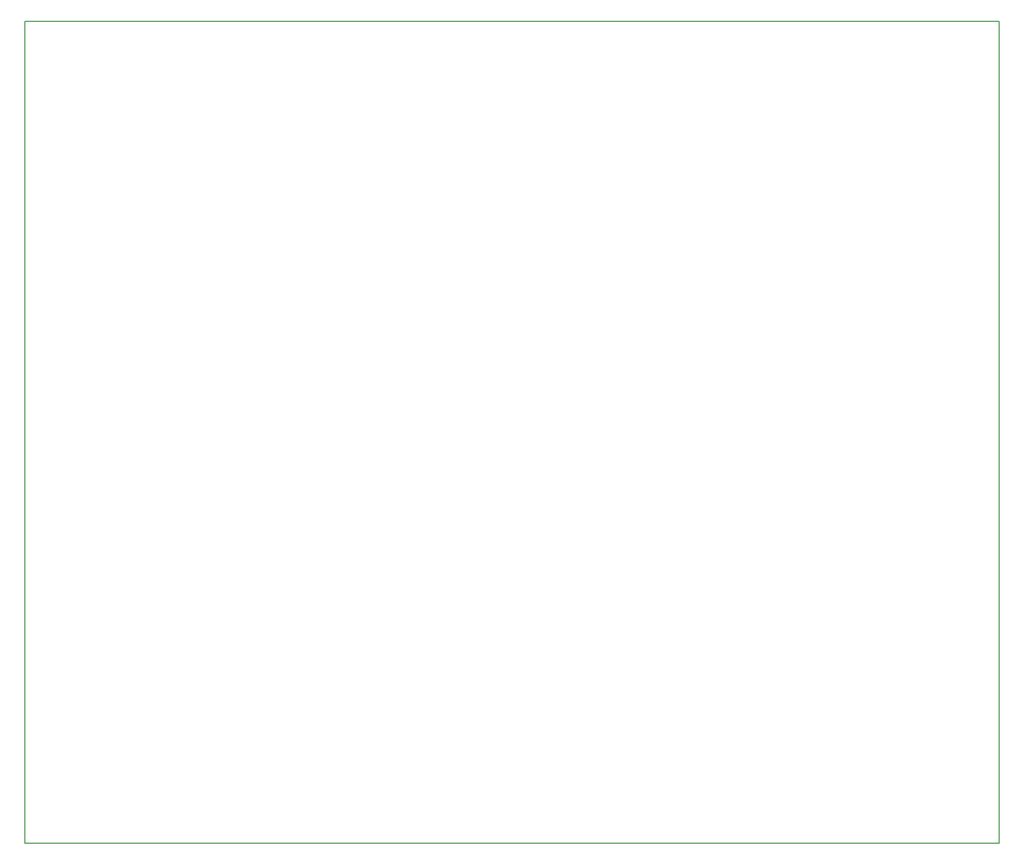
<source format=gbr>
G04 #@! TF.GenerationSoftware,KiCad,Pcbnew,(5.0.0)*
G04 #@! TF.CreationDate,2018-09-23T08:44:06-04:00*
G04 #@! TF.ProjectId,Multiplexer,4D756C7469706C657865722E6B696361,rev?*
G04 #@! TF.SameCoordinates,Original*
G04 #@! TF.FileFunction,Profile,NP*
%FSLAX46Y46*%
G04 Gerber Fmt 4.6, Leading zero omitted, Abs format (unit mm)*
G04 Created by KiCad (PCBNEW (5.0.0)) date 09/23/18 08:44:06*
%MOMM*%
%LPD*%
G01*
G04 APERTURE LIST*
%ADD10C,0.150000*%
G04 APERTURE END LIST*
D10*
X194945000Y-165735000D02*
X32385000Y-165735000D01*
X194945000Y-28575000D02*
X194945000Y-165735000D01*
X32385000Y-28575000D02*
X194945000Y-28575000D01*
X32385000Y-28575000D02*
X32385000Y-165735000D01*
M02*

</source>
